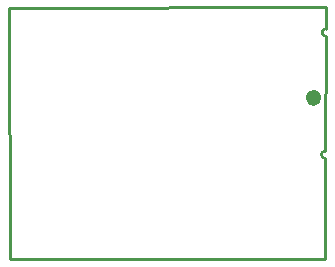
<source format=gbr>
%TF.GenerationSoftware,KiCad,Pcbnew,8.0.4+dfsg-1*%
%TF.CreationDate,2025-01-09T10:04:30-05:00*%
%TF.ProjectId,tag,7461672e-6b69-4636-9164-5f7063625858,1*%
%TF.SameCoordinates,Original*%
%TF.FileFunction,Profile,NP*%
%FSLAX46Y46*%
G04 Gerber Fmt 4.6, Leading zero omitted, Abs format (unit mm)*
G04 Created by KiCad (PCBNEW 8.0.4+dfsg-1) date 2025-01-09 10:04:30*
%MOMM*%
%LPD*%
G01*
G04 APERTURE LIST*
%TA.AperFunction,Profile*%
%ADD10C,0.254000*%
%TD*%
%TA.AperFunction,Profile*%
%ADD11C,0.250000*%
%TD*%
%TA.AperFunction,Profile*%
%ADD12C,0.677000*%
%TD*%
G04 APERTURE END LIST*
D10*
X83880000Y-28650000D02*
G75*
G02*
X83880000Y-28010000I0J320000D01*
G01*
D11*
X57090000Y-26220000D02*
X83880000Y-26190000D01*
D10*
X83830000Y-38990000D02*
G75*
G02*
X83830000Y-38350000I0J320000D01*
G01*
X83880000Y-28010000D02*
X83880000Y-26190000D01*
X83830000Y-38350000D02*
X83880000Y-28650000D01*
D12*
X83168500Y-33860000D02*
G75*
G02*
X82491500Y-33860000I-338500J0D01*
G01*
X82491500Y-33860000D02*
G75*
G02*
X83168500Y-33860000I338500J0D01*
G01*
D10*
X83830000Y-38990000D02*
X83827500Y-47507500D01*
X83827500Y-47507500D02*
X57105000Y-47507500D01*
X57105000Y-47507500D02*
X57090000Y-26220000D01*
M02*

</source>
